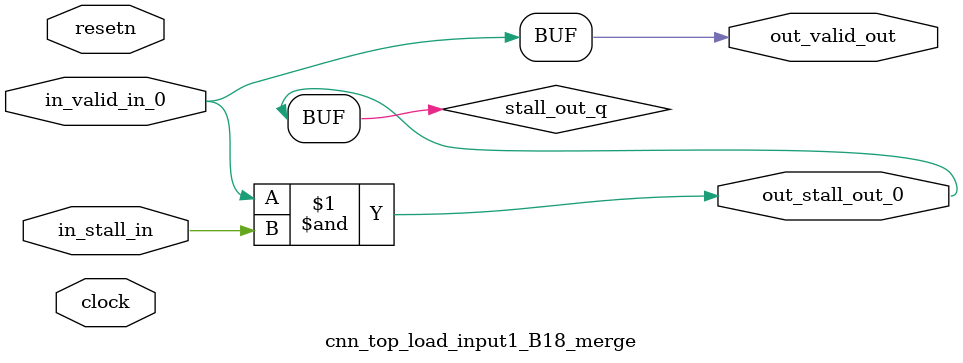
<source format=sv>



(* altera_attribute = "-name AUTO_SHIFT_REGISTER_RECOGNITION OFF; -name MESSAGE_DISABLE 10036; -name MESSAGE_DISABLE 10037; -name MESSAGE_DISABLE 14130; -name MESSAGE_DISABLE 14320; -name MESSAGE_DISABLE 15400; -name MESSAGE_DISABLE 14130; -name MESSAGE_DISABLE 10036; -name MESSAGE_DISABLE 12020; -name MESSAGE_DISABLE 12030; -name MESSAGE_DISABLE 12010; -name MESSAGE_DISABLE 12110; -name MESSAGE_DISABLE 14320; -name MESSAGE_DISABLE 13410; -name MESSAGE_DISABLE 113007; -name MESSAGE_DISABLE 10958" *)
module cnn_top_load_input1_B18_merge (
    input wire [0:0] in_stall_in,
    input wire [0:0] in_valid_in_0,
    output wire [0:0] out_stall_out_0,
    output wire [0:0] out_valid_out,
    input wire clock,
    input wire resetn
    );

    wire [0:0] stall_out_q;


    // stall_out(LOGICAL,6)
    assign stall_out_q = in_valid_in_0 & in_stall_in;

    // out_stall_out_0(GPOUT,4)
    assign out_stall_out_0 = stall_out_q;

    // out_valid_out(GPOUT,5)
    assign out_valid_out = in_valid_in_0;

endmodule

</source>
